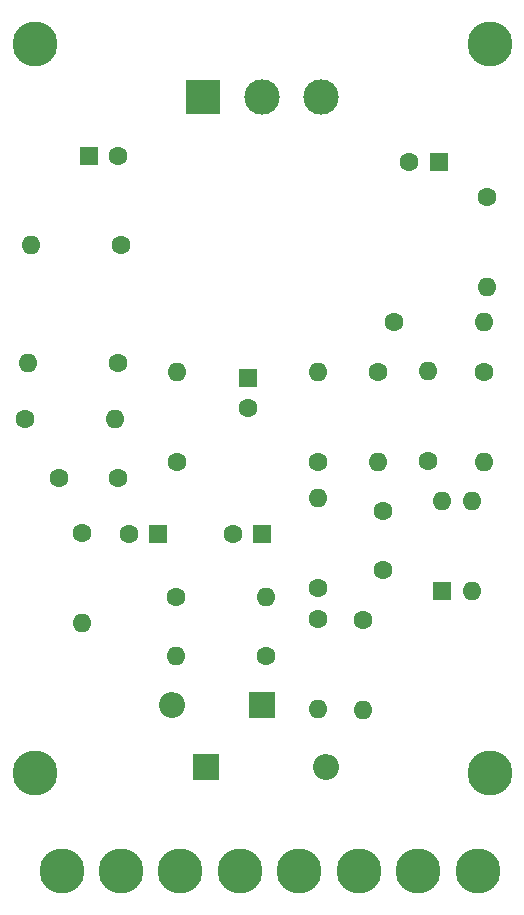
<source format=gbr>
%TF.GenerationSoftware,KiCad,Pcbnew,8.0.7-1.fc41*%
%TF.CreationDate,2025-04-02T21:19:12-07:00*%
%TF.ProjectId,EP-Booster,45502d42-6f6f-4737-9465-722e6b696361,rev?*%
%TF.SameCoordinates,Original*%
%TF.FileFunction,Soldermask,Bot*%
%TF.FilePolarity,Negative*%
%FSLAX46Y46*%
G04 Gerber Fmt 4.6, Leading zero omitted, Abs format (unit mm)*
G04 Created by KiCad (PCBNEW 8.0.7-1.fc41) date 2025-04-02 21:19:12*
%MOMM*%
%LPD*%
G01*
G04 APERTURE LIST*
%ADD10C,3.800000*%
%ADD11C,2.600000*%
%ADD12C,1.600000*%
%ADD13O,1.600000X1.600000*%
%ADD14R,2.200000X2.200000*%
%ADD15O,2.200000X2.200000*%
%ADD16R,1.600000X1.600000*%
%ADD17R,3.000000X3.000000*%
%ADD18C,3.000000*%
G04 APERTURE END LIST*
D10*
%TO.C,H12*%
X162250000Y-88750000D03*
%TD*%
%TO.C,H11*%
X123750000Y-88750000D03*
%TD*%
%TO.C,H10*%
X162250000Y-27000000D03*
%TD*%
%TO.C,H9*%
X123750000Y-27000000D03*
%TD*%
%TO.C,H2*%
X126000000Y-97000000D03*
D11*
X126000000Y-97000000D03*
%TD*%
D10*
%TO.C,H3*%
X161250000Y-97000000D03*
D11*
X161250000Y-97000000D03*
%TD*%
D10*
%TO.C,H8*%
X146142856Y-97000000D03*
D11*
X146142856Y-97000000D03*
%TD*%
D12*
%TO.C,R14*%
X154190000Y-50500000D03*
D13*
X161810000Y-50500000D03*
%TD*%
D12*
%TO.C,C3*%
X125750000Y-63750000D03*
X130750000Y-63750000D03*
%TD*%
D10*
%TO.C,H1*%
X151178570Y-97000000D03*
D11*
X151178570Y-97000000D03*
%TD*%
D12*
%TO.C,R6*%
X122940000Y-58750000D03*
D13*
X130560000Y-58750000D03*
%TD*%
D12*
%TO.C,R2*%
X151500000Y-75750000D03*
D13*
X151500000Y-83370000D03*
%TD*%
D14*
%TO.C,D2*%
X143000000Y-83000000D03*
D15*
X135380000Y-83000000D03*
%TD*%
D12*
%TO.C,R15*%
X161750000Y-54750000D03*
D13*
X161750000Y-62370000D03*
%TD*%
D16*
%TO.C,C2*%
X143000000Y-68500000D03*
D12*
X140500000Y-68500000D03*
%TD*%
D10*
%TO.C,H5*%
X131035714Y-97000000D03*
D11*
X131035714Y-97000000D03*
%TD*%
D10*
%TO.C,H7*%
X141107142Y-97000000D03*
D11*
X141107142Y-97000000D03*
%TD*%
D12*
%TO.C,R12*%
X147750000Y-73060000D03*
D13*
X147750000Y-65440000D03*
%TD*%
%TO.C,R13*%
X162000000Y-47560000D03*
D12*
X162000000Y-39940000D03*
%TD*%
%TO.C,R3*%
X135720000Y-73794888D03*
D13*
X143340000Y-73794888D03*
%TD*%
D12*
%TO.C,R9*%
X135750000Y-62370000D03*
D13*
X135750000Y-54750000D03*
%TD*%
D12*
%TO.C,R1*%
X147750000Y-75690000D03*
D13*
X147750000Y-83310000D03*
%TD*%
D16*
%TO.C,SW1*%
X158250000Y-73300000D03*
D13*
X160790000Y-73300000D03*
X160790000Y-65680000D03*
X158250000Y-65680000D03*
%TD*%
D12*
%TO.C,R11*%
X152800000Y-54800000D03*
D13*
X152800000Y-62420000D03*
%TD*%
D12*
%TO.C,R4*%
X143340000Y-78794888D03*
D13*
X135720000Y-78794888D03*
%TD*%
D16*
%TO.C,C7*%
X128294888Y-36500000D03*
D12*
X130794888Y-36500000D03*
%TD*%
%TO.C,R10*%
X147753332Y-62420000D03*
D13*
X147753332Y-54800000D03*
%TD*%
D12*
%TO.C,R8*%
X131060000Y-44000000D03*
D13*
X123440000Y-44000000D03*
%TD*%
D12*
%TO.C,R5*%
X127750000Y-68440000D03*
D13*
X127750000Y-76060000D03*
%TD*%
D10*
%TO.C,H6*%
X136071428Y-97000000D03*
D11*
X136071428Y-97000000D03*
%TD*%
D14*
%TO.C,D1*%
X138250000Y-88250000D03*
D15*
X148410000Y-88250000D03*
%TD*%
D10*
%TO.C,H4*%
X156214284Y-97000000D03*
D11*
X156214284Y-97000000D03*
%TD*%
D12*
%TO.C,R7*%
X130750000Y-54000000D03*
D13*
X123130000Y-54000000D03*
%TD*%
D12*
%TO.C,C6*%
X155455112Y-37000000D03*
D16*
X157955112Y-37000000D03*
%TD*%
%TO.C,C1*%
X134205113Y-68500000D03*
D12*
X131705113Y-68500000D03*
%TD*%
D17*
%TO.C,RV1*%
X138000000Y-31500000D03*
D18*
X143000000Y-31500000D03*
X148000000Y-31500000D03*
%TD*%
D12*
%TO.C,C5*%
X153250000Y-71500000D03*
X153250000Y-66500000D03*
%TD*%
%TO.C,R16*%
X157000000Y-62310000D03*
D13*
X157000000Y-54690000D03*
%TD*%
D16*
%TO.C,C4*%
X141751666Y-55289775D03*
D12*
X141751666Y-57789775D03*
%TD*%
M02*

</source>
